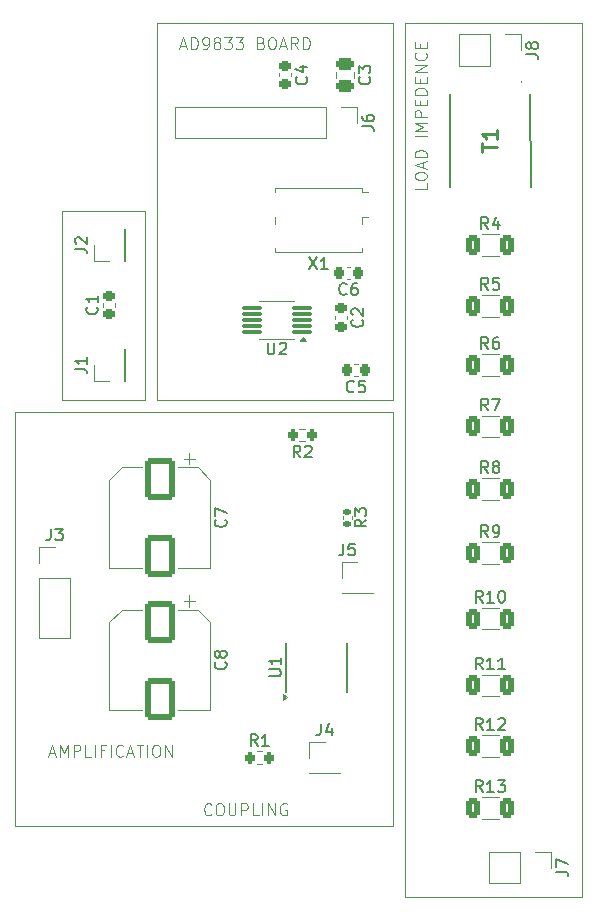
<source format=gbr>
%TF.GenerationSoftware,KiCad,Pcbnew,8.0.4*%
%TF.CreationDate,2024-08-18T15:43:04+02:00*%
%TF.ProjectId,megaboard-01,6d656761-626f-4617-9264-2d30312e6b69,rev?*%
%TF.SameCoordinates,Original*%
%TF.FileFunction,Legend,Top*%
%TF.FilePolarity,Positive*%
%FSLAX46Y46*%
G04 Gerber Fmt 4.6, Leading zero omitted, Abs format (unit mm)*
G04 Created by KiCad (PCBNEW 8.0.4) date 2024-08-18 15:43:04*
%MOMM*%
%LPD*%
G01*
G04 APERTURE LIST*
G04 Aperture macros list*
%AMRoundRect*
0 Rectangle with rounded corners*
0 $1 Rounding radius*
0 $2 $3 $4 $5 $6 $7 $8 $9 X,Y pos of 4 corners*
0 Add a 4 corners polygon primitive as box body*
4,1,4,$2,$3,$4,$5,$6,$7,$8,$9,$2,$3,0*
0 Add four circle primitives for the rounded corners*
1,1,$1+$1,$2,$3*
1,1,$1+$1,$4,$5*
1,1,$1+$1,$6,$7*
1,1,$1+$1,$8,$9*
0 Add four rect primitives between the rounded corners*
20,1,$1+$1,$2,$3,$4,$5,0*
20,1,$1+$1,$4,$5,$6,$7,0*
20,1,$1+$1,$6,$7,$8,$9,0*
20,1,$1+$1,$8,$9,$2,$3,0*%
G04 Aperture macros list end*
%ADD10C,0.100000*%
%ADD11C,0.150000*%
%ADD12C,0.254000*%
%ADD13C,0.120000*%
%ADD14C,0.200000*%
%ADD15RoundRect,0.250000X-0.312500X-0.625000X0.312500X-0.625000X0.312500X0.625000X-0.312500X0.625000X0*%
%ADD16RoundRect,0.135000X-0.185000X0.135000X-0.185000X-0.135000X0.185000X-0.135000X0.185000X0.135000X0*%
%ADD17RoundRect,0.250000X-1.000000X1.500000X-1.000000X-1.500000X1.000000X-1.500000X1.000000X1.500000X0*%
%ADD18RoundRect,0.225000X0.225000X0.250000X-0.225000X0.250000X-0.225000X-0.250000X0.225000X-0.250000X0*%
%ADD19RoundRect,0.250000X-0.475000X0.250000X-0.475000X-0.250000X0.475000X-0.250000X0.475000X0.250000X0*%
%ADD20RoundRect,0.087500X0.725000X0.087500X-0.725000X0.087500X-0.725000X-0.087500X0.725000X-0.087500X0*%
%ADD21R,1.700000X1.700000*%
%ADD22O,1.700000X1.700000*%
%ADD23RoundRect,0.225000X0.250000X-0.225000X0.250000X0.225000X-0.250000X0.225000X-0.250000X-0.225000X0*%
%ADD24RoundRect,0.200000X-0.200000X-0.275000X0.200000X-0.275000X0.200000X0.275000X-0.200000X0.275000X0*%
%ADD25RoundRect,0.225000X-0.250000X0.225000X-0.250000X-0.225000X0.250000X-0.225000X0.250000X0.225000X0*%
%ADD26C,1.173000*%
%ADD27RoundRect,0.200000X0.200000X0.275000X-0.200000X0.275000X-0.200000X-0.275000X0.200000X-0.275000X0*%
%ADD28R,2.100000X1.700000*%
%ADD29R,0.600000X1.550000*%
%ADD30R,3.100000X2.600000*%
G04 APERTURE END LIST*
D10*
X135000000Y-60000000D02*
X155000000Y-60000000D01*
X155000000Y-92000000D01*
X135000000Y-92000000D01*
X135000000Y-60000000D01*
X123000000Y-93000000D02*
X155000000Y-93000000D01*
X155000000Y-128000000D01*
X123000000Y-128000000D01*
X123000000Y-93000000D01*
X156000000Y-60000000D02*
X171000000Y-60000000D01*
X171000000Y-134000000D01*
X156000000Y-134000000D01*
X156000000Y-60000000D01*
X127000000Y-76000000D02*
X134000000Y-76000000D01*
X134000000Y-92000000D01*
X127000000Y-92000000D01*
X127000000Y-76000000D01*
X137021265Y-61962954D02*
X137497455Y-61962954D01*
X136926027Y-62248669D02*
X137259360Y-61248669D01*
X137259360Y-61248669D02*
X137592693Y-62248669D01*
X137926027Y-62248669D02*
X137926027Y-61248669D01*
X137926027Y-61248669D02*
X138164122Y-61248669D01*
X138164122Y-61248669D02*
X138306979Y-61296288D01*
X138306979Y-61296288D02*
X138402217Y-61391526D01*
X138402217Y-61391526D02*
X138449836Y-61486764D01*
X138449836Y-61486764D02*
X138497455Y-61677240D01*
X138497455Y-61677240D02*
X138497455Y-61820097D01*
X138497455Y-61820097D02*
X138449836Y-62010573D01*
X138449836Y-62010573D02*
X138402217Y-62105811D01*
X138402217Y-62105811D02*
X138306979Y-62201050D01*
X138306979Y-62201050D02*
X138164122Y-62248669D01*
X138164122Y-62248669D02*
X137926027Y-62248669D01*
X138973646Y-62248669D02*
X139164122Y-62248669D01*
X139164122Y-62248669D02*
X139259360Y-62201050D01*
X139259360Y-62201050D02*
X139306979Y-62153430D01*
X139306979Y-62153430D02*
X139402217Y-62010573D01*
X139402217Y-62010573D02*
X139449836Y-61820097D01*
X139449836Y-61820097D02*
X139449836Y-61439145D01*
X139449836Y-61439145D02*
X139402217Y-61343907D01*
X139402217Y-61343907D02*
X139354598Y-61296288D01*
X139354598Y-61296288D02*
X139259360Y-61248669D01*
X139259360Y-61248669D02*
X139068884Y-61248669D01*
X139068884Y-61248669D02*
X138973646Y-61296288D01*
X138973646Y-61296288D02*
X138926027Y-61343907D01*
X138926027Y-61343907D02*
X138878408Y-61439145D01*
X138878408Y-61439145D02*
X138878408Y-61677240D01*
X138878408Y-61677240D02*
X138926027Y-61772478D01*
X138926027Y-61772478D02*
X138973646Y-61820097D01*
X138973646Y-61820097D02*
X139068884Y-61867716D01*
X139068884Y-61867716D02*
X139259360Y-61867716D01*
X139259360Y-61867716D02*
X139354598Y-61820097D01*
X139354598Y-61820097D02*
X139402217Y-61772478D01*
X139402217Y-61772478D02*
X139449836Y-61677240D01*
X140021265Y-61677240D02*
X139926027Y-61629621D01*
X139926027Y-61629621D02*
X139878408Y-61582002D01*
X139878408Y-61582002D02*
X139830789Y-61486764D01*
X139830789Y-61486764D02*
X139830789Y-61439145D01*
X139830789Y-61439145D02*
X139878408Y-61343907D01*
X139878408Y-61343907D02*
X139926027Y-61296288D01*
X139926027Y-61296288D02*
X140021265Y-61248669D01*
X140021265Y-61248669D02*
X140211741Y-61248669D01*
X140211741Y-61248669D02*
X140306979Y-61296288D01*
X140306979Y-61296288D02*
X140354598Y-61343907D01*
X140354598Y-61343907D02*
X140402217Y-61439145D01*
X140402217Y-61439145D02*
X140402217Y-61486764D01*
X140402217Y-61486764D02*
X140354598Y-61582002D01*
X140354598Y-61582002D02*
X140306979Y-61629621D01*
X140306979Y-61629621D02*
X140211741Y-61677240D01*
X140211741Y-61677240D02*
X140021265Y-61677240D01*
X140021265Y-61677240D02*
X139926027Y-61724859D01*
X139926027Y-61724859D02*
X139878408Y-61772478D01*
X139878408Y-61772478D02*
X139830789Y-61867716D01*
X139830789Y-61867716D02*
X139830789Y-62058192D01*
X139830789Y-62058192D02*
X139878408Y-62153430D01*
X139878408Y-62153430D02*
X139926027Y-62201050D01*
X139926027Y-62201050D02*
X140021265Y-62248669D01*
X140021265Y-62248669D02*
X140211741Y-62248669D01*
X140211741Y-62248669D02*
X140306979Y-62201050D01*
X140306979Y-62201050D02*
X140354598Y-62153430D01*
X140354598Y-62153430D02*
X140402217Y-62058192D01*
X140402217Y-62058192D02*
X140402217Y-61867716D01*
X140402217Y-61867716D02*
X140354598Y-61772478D01*
X140354598Y-61772478D02*
X140306979Y-61724859D01*
X140306979Y-61724859D02*
X140211741Y-61677240D01*
X140735551Y-61248669D02*
X141354598Y-61248669D01*
X141354598Y-61248669D02*
X141021265Y-61629621D01*
X141021265Y-61629621D02*
X141164122Y-61629621D01*
X141164122Y-61629621D02*
X141259360Y-61677240D01*
X141259360Y-61677240D02*
X141306979Y-61724859D01*
X141306979Y-61724859D02*
X141354598Y-61820097D01*
X141354598Y-61820097D02*
X141354598Y-62058192D01*
X141354598Y-62058192D02*
X141306979Y-62153430D01*
X141306979Y-62153430D02*
X141259360Y-62201050D01*
X141259360Y-62201050D02*
X141164122Y-62248669D01*
X141164122Y-62248669D02*
X140878408Y-62248669D01*
X140878408Y-62248669D02*
X140783170Y-62201050D01*
X140783170Y-62201050D02*
X140735551Y-62153430D01*
X141687932Y-61248669D02*
X142306979Y-61248669D01*
X142306979Y-61248669D02*
X141973646Y-61629621D01*
X141973646Y-61629621D02*
X142116503Y-61629621D01*
X142116503Y-61629621D02*
X142211741Y-61677240D01*
X142211741Y-61677240D02*
X142259360Y-61724859D01*
X142259360Y-61724859D02*
X142306979Y-61820097D01*
X142306979Y-61820097D02*
X142306979Y-62058192D01*
X142306979Y-62058192D02*
X142259360Y-62153430D01*
X142259360Y-62153430D02*
X142211741Y-62201050D01*
X142211741Y-62201050D02*
X142116503Y-62248669D01*
X142116503Y-62248669D02*
X141830789Y-62248669D01*
X141830789Y-62248669D02*
X141735551Y-62201050D01*
X141735551Y-62201050D02*
X141687932Y-62153430D01*
X143830789Y-61724859D02*
X143973646Y-61772478D01*
X143973646Y-61772478D02*
X144021265Y-61820097D01*
X144021265Y-61820097D02*
X144068884Y-61915335D01*
X144068884Y-61915335D02*
X144068884Y-62058192D01*
X144068884Y-62058192D02*
X144021265Y-62153430D01*
X144021265Y-62153430D02*
X143973646Y-62201050D01*
X143973646Y-62201050D02*
X143878408Y-62248669D01*
X143878408Y-62248669D02*
X143497456Y-62248669D01*
X143497456Y-62248669D02*
X143497456Y-61248669D01*
X143497456Y-61248669D02*
X143830789Y-61248669D01*
X143830789Y-61248669D02*
X143926027Y-61296288D01*
X143926027Y-61296288D02*
X143973646Y-61343907D01*
X143973646Y-61343907D02*
X144021265Y-61439145D01*
X144021265Y-61439145D02*
X144021265Y-61534383D01*
X144021265Y-61534383D02*
X143973646Y-61629621D01*
X143973646Y-61629621D02*
X143926027Y-61677240D01*
X143926027Y-61677240D02*
X143830789Y-61724859D01*
X143830789Y-61724859D02*
X143497456Y-61724859D01*
X144687932Y-61248669D02*
X144878408Y-61248669D01*
X144878408Y-61248669D02*
X144973646Y-61296288D01*
X144973646Y-61296288D02*
X145068884Y-61391526D01*
X145068884Y-61391526D02*
X145116503Y-61582002D01*
X145116503Y-61582002D02*
X145116503Y-61915335D01*
X145116503Y-61915335D02*
X145068884Y-62105811D01*
X145068884Y-62105811D02*
X144973646Y-62201050D01*
X144973646Y-62201050D02*
X144878408Y-62248669D01*
X144878408Y-62248669D02*
X144687932Y-62248669D01*
X144687932Y-62248669D02*
X144592694Y-62201050D01*
X144592694Y-62201050D02*
X144497456Y-62105811D01*
X144497456Y-62105811D02*
X144449837Y-61915335D01*
X144449837Y-61915335D02*
X144449837Y-61582002D01*
X144449837Y-61582002D02*
X144497456Y-61391526D01*
X144497456Y-61391526D02*
X144592694Y-61296288D01*
X144592694Y-61296288D02*
X144687932Y-61248669D01*
X145497456Y-61962954D02*
X145973646Y-61962954D01*
X145402218Y-62248669D02*
X145735551Y-61248669D01*
X145735551Y-61248669D02*
X146068884Y-62248669D01*
X146973646Y-62248669D02*
X146640313Y-61772478D01*
X146402218Y-62248669D02*
X146402218Y-61248669D01*
X146402218Y-61248669D02*
X146783170Y-61248669D01*
X146783170Y-61248669D02*
X146878408Y-61296288D01*
X146878408Y-61296288D02*
X146926027Y-61343907D01*
X146926027Y-61343907D02*
X146973646Y-61439145D01*
X146973646Y-61439145D02*
X146973646Y-61582002D01*
X146973646Y-61582002D02*
X146926027Y-61677240D01*
X146926027Y-61677240D02*
X146878408Y-61724859D01*
X146878408Y-61724859D02*
X146783170Y-61772478D01*
X146783170Y-61772478D02*
X146402218Y-61772478D01*
X147402218Y-62248669D02*
X147402218Y-61248669D01*
X147402218Y-61248669D02*
X147640313Y-61248669D01*
X147640313Y-61248669D02*
X147783170Y-61296288D01*
X147783170Y-61296288D02*
X147878408Y-61391526D01*
X147878408Y-61391526D02*
X147926027Y-61486764D01*
X147926027Y-61486764D02*
X147973646Y-61677240D01*
X147973646Y-61677240D02*
X147973646Y-61820097D01*
X147973646Y-61820097D02*
X147926027Y-62010573D01*
X147926027Y-62010573D02*
X147878408Y-62105811D01*
X147878408Y-62105811D02*
X147783170Y-62201050D01*
X147783170Y-62201050D02*
X147640313Y-62248669D01*
X147640313Y-62248669D02*
X147402218Y-62248669D01*
X125926265Y-121871704D02*
X126402455Y-121871704D01*
X125831027Y-122157419D02*
X126164360Y-121157419D01*
X126164360Y-121157419D02*
X126497693Y-122157419D01*
X126831027Y-122157419D02*
X126831027Y-121157419D01*
X126831027Y-121157419D02*
X127164360Y-121871704D01*
X127164360Y-121871704D02*
X127497693Y-121157419D01*
X127497693Y-121157419D02*
X127497693Y-122157419D01*
X127973884Y-122157419D02*
X127973884Y-121157419D01*
X127973884Y-121157419D02*
X128354836Y-121157419D01*
X128354836Y-121157419D02*
X128450074Y-121205038D01*
X128450074Y-121205038D02*
X128497693Y-121252657D01*
X128497693Y-121252657D02*
X128545312Y-121347895D01*
X128545312Y-121347895D02*
X128545312Y-121490752D01*
X128545312Y-121490752D02*
X128497693Y-121585990D01*
X128497693Y-121585990D02*
X128450074Y-121633609D01*
X128450074Y-121633609D02*
X128354836Y-121681228D01*
X128354836Y-121681228D02*
X127973884Y-121681228D01*
X129450074Y-122157419D02*
X128973884Y-122157419D01*
X128973884Y-122157419D02*
X128973884Y-121157419D01*
X129783408Y-122157419D02*
X129783408Y-121157419D01*
X130592931Y-121633609D02*
X130259598Y-121633609D01*
X130259598Y-122157419D02*
X130259598Y-121157419D01*
X130259598Y-121157419D02*
X130735788Y-121157419D01*
X131116741Y-122157419D02*
X131116741Y-121157419D01*
X132164359Y-122062180D02*
X132116740Y-122109800D01*
X132116740Y-122109800D02*
X131973883Y-122157419D01*
X131973883Y-122157419D02*
X131878645Y-122157419D01*
X131878645Y-122157419D02*
X131735788Y-122109800D01*
X131735788Y-122109800D02*
X131640550Y-122014561D01*
X131640550Y-122014561D02*
X131592931Y-121919323D01*
X131592931Y-121919323D02*
X131545312Y-121728847D01*
X131545312Y-121728847D02*
X131545312Y-121585990D01*
X131545312Y-121585990D02*
X131592931Y-121395514D01*
X131592931Y-121395514D02*
X131640550Y-121300276D01*
X131640550Y-121300276D02*
X131735788Y-121205038D01*
X131735788Y-121205038D02*
X131878645Y-121157419D01*
X131878645Y-121157419D02*
X131973883Y-121157419D01*
X131973883Y-121157419D02*
X132116740Y-121205038D01*
X132116740Y-121205038D02*
X132164359Y-121252657D01*
X132545312Y-121871704D02*
X133021502Y-121871704D01*
X132450074Y-122157419D02*
X132783407Y-121157419D01*
X132783407Y-121157419D02*
X133116740Y-122157419D01*
X133307217Y-121157419D02*
X133878645Y-121157419D01*
X133592931Y-122157419D02*
X133592931Y-121157419D01*
X134211979Y-122157419D02*
X134211979Y-121157419D01*
X134878645Y-121157419D02*
X135069121Y-121157419D01*
X135069121Y-121157419D02*
X135164359Y-121205038D01*
X135164359Y-121205038D02*
X135259597Y-121300276D01*
X135259597Y-121300276D02*
X135307216Y-121490752D01*
X135307216Y-121490752D02*
X135307216Y-121824085D01*
X135307216Y-121824085D02*
X135259597Y-122014561D01*
X135259597Y-122014561D02*
X135164359Y-122109800D01*
X135164359Y-122109800D02*
X135069121Y-122157419D01*
X135069121Y-122157419D02*
X134878645Y-122157419D01*
X134878645Y-122157419D02*
X134783407Y-122109800D01*
X134783407Y-122109800D02*
X134688169Y-122014561D01*
X134688169Y-122014561D02*
X134640550Y-121824085D01*
X134640550Y-121824085D02*
X134640550Y-121490752D01*
X134640550Y-121490752D02*
X134688169Y-121300276D01*
X134688169Y-121300276D02*
X134783407Y-121205038D01*
X134783407Y-121205038D02*
X134878645Y-121157419D01*
X135735788Y-122157419D02*
X135735788Y-121157419D01*
X135735788Y-121157419D02*
X136307216Y-122157419D01*
X136307216Y-122157419D02*
X136307216Y-121157419D01*
X139635312Y-127027180D02*
X139587693Y-127074800D01*
X139587693Y-127074800D02*
X139444836Y-127122419D01*
X139444836Y-127122419D02*
X139349598Y-127122419D01*
X139349598Y-127122419D02*
X139206741Y-127074800D01*
X139206741Y-127074800D02*
X139111503Y-126979561D01*
X139111503Y-126979561D02*
X139063884Y-126884323D01*
X139063884Y-126884323D02*
X139016265Y-126693847D01*
X139016265Y-126693847D02*
X139016265Y-126550990D01*
X139016265Y-126550990D02*
X139063884Y-126360514D01*
X139063884Y-126360514D02*
X139111503Y-126265276D01*
X139111503Y-126265276D02*
X139206741Y-126170038D01*
X139206741Y-126170038D02*
X139349598Y-126122419D01*
X139349598Y-126122419D02*
X139444836Y-126122419D01*
X139444836Y-126122419D02*
X139587693Y-126170038D01*
X139587693Y-126170038D02*
X139635312Y-126217657D01*
X140254360Y-126122419D02*
X140444836Y-126122419D01*
X140444836Y-126122419D02*
X140540074Y-126170038D01*
X140540074Y-126170038D02*
X140635312Y-126265276D01*
X140635312Y-126265276D02*
X140682931Y-126455752D01*
X140682931Y-126455752D02*
X140682931Y-126789085D01*
X140682931Y-126789085D02*
X140635312Y-126979561D01*
X140635312Y-126979561D02*
X140540074Y-127074800D01*
X140540074Y-127074800D02*
X140444836Y-127122419D01*
X140444836Y-127122419D02*
X140254360Y-127122419D01*
X140254360Y-127122419D02*
X140159122Y-127074800D01*
X140159122Y-127074800D02*
X140063884Y-126979561D01*
X140063884Y-126979561D02*
X140016265Y-126789085D01*
X140016265Y-126789085D02*
X140016265Y-126455752D01*
X140016265Y-126455752D02*
X140063884Y-126265276D01*
X140063884Y-126265276D02*
X140159122Y-126170038D01*
X140159122Y-126170038D02*
X140254360Y-126122419D01*
X141111503Y-126122419D02*
X141111503Y-126931942D01*
X141111503Y-126931942D02*
X141159122Y-127027180D01*
X141159122Y-127027180D02*
X141206741Y-127074800D01*
X141206741Y-127074800D02*
X141301979Y-127122419D01*
X141301979Y-127122419D02*
X141492455Y-127122419D01*
X141492455Y-127122419D02*
X141587693Y-127074800D01*
X141587693Y-127074800D02*
X141635312Y-127027180D01*
X141635312Y-127027180D02*
X141682931Y-126931942D01*
X141682931Y-126931942D02*
X141682931Y-126122419D01*
X142159122Y-127122419D02*
X142159122Y-126122419D01*
X142159122Y-126122419D02*
X142540074Y-126122419D01*
X142540074Y-126122419D02*
X142635312Y-126170038D01*
X142635312Y-126170038D02*
X142682931Y-126217657D01*
X142682931Y-126217657D02*
X142730550Y-126312895D01*
X142730550Y-126312895D02*
X142730550Y-126455752D01*
X142730550Y-126455752D02*
X142682931Y-126550990D01*
X142682931Y-126550990D02*
X142635312Y-126598609D01*
X142635312Y-126598609D02*
X142540074Y-126646228D01*
X142540074Y-126646228D02*
X142159122Y-126646228D01*
X143635312Y-127122419D02*
X143159122Y-127122419D01*
X143159122Y-127122419D02*
X143159122Y-126122419D01*
X143968646Y-127122419D02*
X143968646Y-126122419D01*
X144444836Y-127122419D02*
X144444836Y-126122419D01*
X144444836Y-126122419D02*
X145016264Y-127122419D01*
X145016264Y-127122419D02*
X145016264Y-126122419D01*
X146016264Y-126170038D02*
X145921026Y-126122419D01*
X145921026Y-126122419D02*
X145778169Y-126122419D01*
X145778169Y-126122419D02*
X145635312Y-126170038D01*
X145635312Y-126170038D02*
X145540074Y-126265276D01*
X145540074Y-126265276D02*
X145492455Y-126360514D01*
X145492455Y-126360514D02*
X145444836Y-126550990D01*
X145444836Y-126550990D02*
X145444836Y-126693847D01*
X145444836Y-126693847D02*
X145492455Y-126884323D01*
X145492455Y-126884323D02*
X145540074Y-126979561D01*
X145540074Y-126979561D02*
X145635312Y-127074800D01*
X145635312Y-127074800D02*
X145778169Y-127122419D01*
X145778169Y-127122419D02*
X145873407Y-127122419D01*
X145873407Y-127122419D02*
X146016264Y-127074800D01*
X146016264Y-127074800D02*
X146063883Y-127027180D01*
X146063883Y-127027180D02*
X146063883Y-126693847D01*
X146063883Y-126693847D02*
X145873407Y-126693847D01*
X157872419Y-73619925D02*
X157872419Y-74096115D01*
X157872419Y-74096115D02*
X156872419Y-74096115D01*
X156872419Y-73096115D02*
X156872419Y-72905639D01*
X156872419Y-72905639D02*
X156920038Y-72810401D01*
X156920038Y-72810401D02*
X157015276Y-72715163D01*
X157015276Y-72715163D02*
X157205752Y-72667544D01*
X157205752Y-72667544D02*
X157539085Y-72667544D01*
X157539085Y-72667544D02*
X157729561Y-72715163D01*
X157729561Y-72715163D02*
X157824800Y-72810401D01*
X157824800Y-72810401D02*
X157872419Y-72905639D01*
X157872419Y-72905639D02*
X157872419Y-73096115D01*
X157872419Y-73096115D02*
X157824800Y-73191353D01*
X157824800Y-73191353D02*
X157729561Y-73286591D01*
X157729561Y-73286591D02*
X157539085Y-73334210D01*
X157539085Y-73334210D02*
X157205752Y-73334210D01*
X157205752Y-73334210D02*
X157015276Y-73286591D01*
X157015276Y-73286591D02*
X156920038Y-73191353D01*
X156920038Y-73191353D02*
X156872419Y-73096115D01*
X157586704Y-72286591D02*
X157586704Y-71810401D01*
X157872419Y-72381829D02*
X156872419Y-72048496D01*
X156872419Y-72048496D02*
X157872419Y-71715163D01*
X157872419Y-71381829D02*
X156872419Y-71381829D01*
X156872419Y-71381829D02*
X156872419Y-71143734D01*
X156872419Y-71143734D02*
X156920038Y-71000877D01*
X156920038Y-71000877D02*
X157015276Y-70905639D01*
X157015276Y-70905639D02*
X157110514Y-70858020D01*
X157110514Y-70858020D02*
X157300990Y-70810401D01*
X157300990Y-70810401D02*
X157443847Y-70810401D01*
X157443847Y-70810401D02*
X157634323Y-70858020D01*
X157634323Y-70858020D02*
X157729561Y-70905639D01*
X157729561Y-70905639D02*
X157824800Y-71000877D01*
X157824800Y-71000877D02*
X157872419Y-71143734D01*
X157872419Y-71143734D02*
X157872419Y-71381829D01*
X157872419Y-69619924D02*
X156872419Y-69619924D01*
X157872419Y-69143734D02*
X156872419Y-69143734D01*
X156872419Y-69143734D02*
X157586704Y-68810401D01*
X157586704Y-68810401D02*
X156872419Y-68477068D01*
X156872419Y-68477068D02*
X157872419Y-68477068D01*
X157872419Y-68000877D02*
X156872419Y-68000877D01*
X156872419Y-68000877D02*
X156872419Y-67619925D01*
X156872419Y-67619925D02*
X156920038Y-67524687D01*
X156920038Y-67524687D02*
X156967657Y-67477068D01*
X156967657Y-67477068D02*
X157062895Y-67429449D01*
X157062895Y-67429449D02*
X157205752Y-67429449D01*
X157205752Y-67429449D02*
X157300990Y-67477068D01*
X157300990Y-67477068D02*
X157348609Y-67524687D01*
X157348609Y-67524687D02*
X157396228Y-67619925D01*
X157396228Y-67619925D02*
X157396228Y-68000877D01*
X157348609Y-67000877D02*
X157348609Y-66667544D01*
X157872419Y-66524687D02*
X157872419Y-67000877D01*
X157872419Y-67000877D02*
X156872419Y-67000877D01*
X156872419Y-67000877D02*
X156872419Y-66524687D01*
X157872419Y-66096115D02*
X156872419Y-66096115D01*
X156872419Y-66096115D02*
X156872419Y-65858020D01*
X156872419Y-65858020D02*
X156920038Y-65715163D01*
X156920038Y-65715163D02*
X157015276Y-65619925D01*
X157015276Y-65619925D02*
X157110514Y-65572306D01*
X157110514Y-65572306D02*
X157300990Y-65524687D01*
X157300990Y-65524687D02*
X157443847Y-65524687D01*
X157443847Y-65524687D02*
X157634323Y-65572306D01*
X157634323Y-65572306D02*
X157729561Y-65619925D01*
X157729561Y-65619925D02*
X157824800Y-65715163D01*
X157824800Y-65715163D02*
X157872419Y-65858020D01*
X157872419Y-65858020D02*
X157872419Y-66096115D01*
X157348609Y-65096115D02*
X157348609Y-64762782D01*
X157872419Y-64619925D02*
X157872419Y-65096115D01*
X157872419Y-65096115D02*
X156872419Y-65096115D01*
X156872419Y-65096115D02*
X156872419Y-64619925D01*
X157872419Y-64191353D02*
X156872419Y-64191353D01*
X156872419Y-64191353D02*
X157872419Y-63619925D01*
X157872419Y-63619925D02*
X156872419Y-63619925D01*
X157777180Y-62572306D02*
X157824800Y-62619925D01*
X157824800Y-62619925D02*
X157872419Y-62762782D01*
X157872419Y-62762782D02*
X157872419Y-62858020D01*
X157872419Y-62858020D02*
X157824800Y-63000877D01*
X157824800Y-63000877D02*
X157729561Y-63096115D01*
X157729561Y-63096115D02*
X157634323Y-63143734D01*
X157634323Y-63143734D02*
X157443847Y-63191353D01*
X157443847Y-63191353D02*
X157300990Y-63191353D01*
X157300990Y-63191353D02*
X157110514Y-63143734D01*
X157110514Y-63143734D02*
X157015276Y-63096115D01*
X157015276Y-63096115D02*
X156920038Y-63000877D01*
X156920038Y-63000877D02*
X156872419Y-62858020D01*
X156872419Y-62858020D02*
X156872419Y-62762782D01*
X156872419Y-62762782D02*
X156920038Y-62619925D01*
X156920038Y-62619925D02*
X156967657Y-62572306D01*
X157348609Y-62143734D02*
X157348609Y-61810401D01*
X157872419Y-61667544D02*
X157872419Y-62143734D01*
X157872419Y-62143734D02*
X156872419Y-62143734D01*
X156872419Y-62143734D02*
X156872419Y-61667544D01*
D11*
X163083333Y-98144819D02*
X162750000Y-97668628D01*
X162511905Y-98144819D02*
X162511905Y-97144819D01*
X162511905Y-97144819D02*
X162892857Y-97144819D01*
X162892857Y-97144819D02*
X162988095Y-97192438D01*
X162988095Y-97192438D02*
X163035714Y-97240057D01*
X163035714Y-97240057D02*
X163083333Y-97335295D01*
X163083333Y-97335295D02*
X163083333Y-97478152D01*
X163083333Y-97478152D02*
X163035714Y-97573390D01*
X163035714Y-97573390D02*
X162988095Y-97621009D01*
X162988095Y-97621009D02*
X162892857Y-97668628D01*
X162892857Y-97668628D02*
X162511905Y-97668628D01*
X163654762Y-97573390D02*
X163559524Y-97525771D01*
X163559524Y-97525771D02*
X163511905Y-97478152D01*
X163511905Y-97478152D02*
X163464286Y-97382914D01*
X163464286Y-97382914D02*
X163464286Y-97335295D01*
X163464286Y-97335295D02*
X163511905Y-97240057D01*
X163511905Y-97240057D02*
X163559524Y-97192438D01*
X163559524Y-97192438D02*
X163654762Y-97144819D01*
X163654762Y-97144819D02*
X163845238Y-97144819D01*
X163845238Y-97144819D02*
X163940476Y-97192438D01*
X163940476Y-97192438D02*
X163988095Y-97240057D01*
X163988095Y-97240057D02*
X164035714Y-97335295D01*
X164035714Y-97335295D02*
X164035714Y-97382914D01*
X164035714Y-97382914D02*
X163988095Y-97478152D01*
X163988095Y-97478152D02*
X163940476Y-97525771D01*
X163940476Y-97525771D02*
X163845238Y-97573390D01*
X163845238Y-97573390D02*
X163654762Y-97573390D01*
X163654762Y-97573390D02*
X163559524Y-97621009D01*
X163559524Y-97621009D02*
X163511905Y-97668628D01*
X163511905Y-97668628D02*
X163464286Y-97763866D01*
X163464286Y-97763866D02*
X163464286Y-97954342D01*
X163464286Y-97954342D02*
X163511905Y-98049580D01*
X163511905Y-98049580D02*
X163559524Y-98097200D01*
X163559524Y-98097200D02*
X163654762Y-98144819D01*
X163654762Y-98144819D02*
X163845238Y-98144819D01*
X163845238Y-98144819D02*
X163940476Y-98097200D01*
X163940476Y-98097200D02*
X163988095Y-98049580D01*
X163988095Y-98049580D02*
X164035714Y-97954342D01*
X164035714Y-97954342D02*
X164035714Y-97763866D01*
X164035714Y-97763866D02*
X163988095Y-97668628D01*
X163988095Y-97668628D02*
X163940476Y-97621009D01*
X163940476Y-97621009D02*
X163845238Y-97573390D01*
X152774819Y-102086666D02*
X152298628Y-102419999D01*
X152774819Y-102658094D02*
X151774819Y-102658094D01*
X151774819Y-102658094D02*
X151774819Y-102277142D01*
X151774819Y-102277142D02*
X151822438Y-102181904D01*
X151822438Y-102181904D02*
X151870057Y-102134285D01*
X151870057Y-102134285D02*
X151965295Y-102086666D01*
X151965295Y-102086666D02*
X152108152Y-102086666D01*
X152108152Y-102086666D02*
X152203390Y-102134285D01*
X152203390Y-102134285D02*
X152251009Y-102181904D01*
X152251009Y-102181904D02*
X152298628Y-102277142D01*
X152298628Y-102277142D02*
X152298628Y-102658094D01*
X151774819Y-101753332D02*
X151774819Y-101134285D01*
X151774819Y-101134285D02*
X152155771Y-101467618D01*
X152155771Y-101467618D02*
X152155771Y-101324761D01*
X152155771Y-101324761D02*
X152203390Y-101229523D01*
X152203390Y-101229523D02*
X152251009Y-101181904D01*
X152251009Y-101181904D02*
X152346247Y-101134285D01*
X152346247Y-101134285D02*
X152584342Y-101134285D01*
X152584342Y-101134285D02*
X152679580Y-101181904D01*
X152679580Y-101181904D02*
X152727200Y-101229523D01*
X152727200Y-101229523D02*
X152774819Y-101324761D01*
X152774819Y-101324761D02*
X152774819Y-101610475D01*
X152774819Y-101610475D02*
X152727200Y-101705713D01*
X152727200Y-101705713D02*
X152679580Y-101753332D01*
X163083333Y-87639819D02*
X162750000Y-87163628D01*
X162511905Y-87639819D02*
X162511905Y-86639819D01*
X162511905Y-86639819D02*
X162892857Y-86639819D01*
X162892857Y-86639819D02*
X162988095Y-86687438D01*
X162988095Y-86687438D02*
X163035714Y-86735057D01*
X163035714Y-86735057D02*
X163083333Y-86830295D01*
X163083333Y-86830295D02*
X163083333Y-86973152D01*
X163083333Y-86973152D02*
X163035714Y-87068390D01*
X163035714Y-87068390D02*
X162988095Y-87116009D01*
X162988095Y-87116009D02*
X162892857Y-87163628D01*
X162892857Y-87163628D02*
X162511905Y-87163628D01*
X163940476Y-86639819D02*
X163750000Y-86639819D01*
X163750000Y-86639819D02*
X163654762Y-86687438D01*
X163654762Y-86687438D02*
X163607143Y-86735057D01*
X163607143Y-86735057D02*
X163511905Y-86877914D01*
X163511905Y-86877914D02*
X163464286Y-87068390D01*
X163464286Y-87068390D02*
X163464286Y-87449342D01*
X163464286Y-87449342D02*
X163511905Y-87544580D01*
X163511905Y-87544580D02*
X163559524Y-87592200D01*
X163559524Y-87592200D02*
X163654762Y-87639819D01*
X163654762Y-87639819D02*
X163845238Y-87639819D01*
X163845238Y-87639819D02*
X163940476Y-87592200D01*
X163940476Y-87592200D02*
X163988095Y-87544580D01*
X163988095Y-87544580D02*
X164035714Y-87449342D01*
X164035714Y-87449342D02*
X164035714Y-87211247D01*
X164035714Y-87211247D02*
X163988095Y-87116009D01*
X163988095Y-87116009D02*
X163940476Y-87068390D01*
X163940476Y-87068390D02*
X163845238Y-87020771D01*
X163845238Y-87020771D02*
X163654762Y-87020771D01*
X163654762Y-87020771D02*
X163559524Y-87068390D01*
X163559524Y-87068390D02*
X163511905Y-87116009D01*
X163511905Y-87116009D02*
X163464286Y-87211247D01*
X140834580Y-102086666D02*
X140882200Y-102134285D01*
X140882200Y-102134285D02*
X140929819Y-102277142D01*
X140929819Y-102277142D02*
X140929819Y-102372380D01*
X140929819Y-102372380D02*
X140882200Y-102515237D01*
X140882200Y-102515237D02*
X140786961Y-102610475D01*
X140786961Y-102610475D02*
X140691723Y-102658094D01*
X140691723Y-102658094D02*
X140501247Y-102705713D01*
X140501247Y-102705713D02*
X140358390Y-102705713D01*
X140358390Y-102705713D02*
X140167914Y-102658094D01*
X140167914Y-102658094D02*
X140072676Y-102610475D01*
X140072676Y-102610475D02*
X139977438Y-102515237D01*
X139977438Y-102515237D02*
X139929819Y-102372380D01*
X139929819Y-102372380D02*
X139929819Y-102277142D01*
X139929819Y-102277142D02*
X139977438Y-102134285D01*
X139977438Y-102134285D02*
X140025057Y-102086666D01*
X139929819Y-101753332D02*
X139929819Y-101086666D01*
X139929819Y-101086666D02*
X140929819Y-101515237D01*
X162607142Y-119899819D02*
X162273809Y-119423628D01*
X162035714Y-119899819D02*
X162035714Y-118899819D01*
X162035714Y-118899819D02*
X162416666Y-118899819D01*
X162416666Y-118899819D02*
X162511904Y-118947438D01*
X162511904Y-118947438D02*
X162559523Y-118995057D01*
X162559523Y-118995057D02*
X162607142Y-119090295D01*
X162607142Y-119090295D02*
X162607142Y-119233152D01*
X162607142Y-119233152D02*
X162559523Y-119328390D01*
X162559523Y-119328390D02*
X162511904Y-119376009D01*
X162511904Y-119376009D02*
X162416666Y-119423628D01*
X162416666Y-119423628D02*
X162035714Y-119423628D01*
X163559523Y-119899819D02*
X162988095Y-119899819D01*
X163273809Y-119899819D02*
X163273809Y-118899819D01*
X163273809Y-118899819D02*
X163178571Y-119042676D01*
X163178571Y-119042676D02*
X163083333Y-119137914D01*
X163083333Y-119137914D02*
X162988095Y-119185533D01*
X163940476Y-118995057D02*
X163988095Y-118947438D01*
X163988095Y-118947438D02*
X164083333Y-118899819D01*
X164083333Y-118899819D02*
X164321428Y-118899819D01*
X164321428Y-118899819D02*
X164416666Y-118947438D01*
X164416666Y-118947438D02*
X164464285Y-118995057D01*
X164464285Y-118995057D02*
X164511904Y-119090295D01*
X164511904Y-119090295D02*
X164511904Y-119185533D01*
X164511904Y-119185533D02*
X164464285Y-119328390D01*
X164464285Y-119328390D02*
X163892857Y-119899819D01*
X163892857Y-119899819D02*
X164511904Y-119899819D01*
X151088333Y-82960830D02*
X151040714Y-83008450D01*
X151040714Y-83008450D02*
X150897857Y-83056069D01*
X150897857Y-83056069D02*
X150802619Y-83056069D01*
X150802619Y-83056069D02*
X150659762Y-83008450D01*
X150659762Y-83008450D02*
X150564524Y-82913211D01*
X150564524Y-82913211D02*
X150516905Y-82817973D01*
X150516905Y-82817973D02*
X150469286Y-82627497D01*
X150469286Y-82627497D02*
X150469286Y-82484640D01*
X150469286Y-82484640D02*
X150516905Y-82294164D01*
X150516905Y-82294164D02*
X150564524Y-82198926D01*
X150564524Y-82198926D02*
X150659762Y-82103688D01*
X150659762Y-82103688D02*
X150802619Y-82056069D01*
X150802619Y-82056069D02*
X150897857Y-82056069D01*
X150897857Y-82056069D02*
X151040714Y-82103688D01*
X151040714Y-82103688D02*
X151088333Y-82151307D01*
X151945476Y-82056069D02*
X151755000Y-82056069D01*
X151755000Y-82056069D02*
X151659762Y-82103688D01*
X151659762Y-82103688D02*
X151612143Y-82151307D01*
X151612143Y-82151307D02*
X151516905Y-82294164D01*
X151516905Y-82294164D02*
X151469286Y-82484640D01*
X151469286Y-82484640D02*
X151469286Y-82865592D01*
X151469286Y-82865592D02*
X151516905Y-82960830D01*
X151516905Y-82960830D02*
X151564524Y-83008450D01*
X151564524Y-83008450D02*
X151659762Y-83056069D01*
X151659762Y-83056069D02*
X151850238Y-83056069D01*
X151850238Y-83056069D02*
X151945476Y-83008450D01*
X151945476Y-83008450D02*
X151993095Y-82960830D01*
X151993095Y-82960830D02*
X152040714Y-82865592D01*
X152040714Y-82865592D02*
X152040714Y-82627497D01*
X152040714Y-82627497D02*
X151993095Y-82532259D01*
X151993095Y-82532259D02*
X151945476Y-82484640D01*
X151945476Y-82484640D02*
X151850238Y-82437021D01*
X151850238Y-82437021D02*
X151659762Y-82437021D01*
X151659762Y-82437021D02*
X151564524Y-82484640D01*
X151564524Y-82484640D02*
X151516905Y-82532259D01*
X151516905Y-82532259D02*
X151469286Y-82627497D01*
X153009580Y-64592916D02*
X153057200Y-64640535D01*
X153057200Y-64640535D02*
X153104819Y-64783392D01*
X153104819Y-64783392D02*
X153104819Y-64878630D01*
X153104819Y-64878630D02*
X153057200Y-65021487D01*
X153057200Y-65021487D02*
X152961961Y-65116725D01*
X152961961Y-65116725D02*
X152866723Y-65164344D01*
X152866723Y-65164344D02*
X152676247Y-65211963D01*
X152676247Y-65211963D02*
X152533390Y-65211963D01*
X152533390Y-65211963D02*
X152342914Y-65164344D01*
X152342914Y-65164344D02*
X152247676Y-65116725D01*
X152247676Y-65116725D02*
X152152438Y-65021487D01*
X152152438Y-65021487D02*
X152104819Y-64878630D01*
X152104819Y-64878630D02*
X152104819Y-64783392D01*
X152104819Y-64783392D02*
X152152438Y-64640535D01*
X152152438Y-64640535D02*
X152200057Y-64592916D01*
X152104819Y-64259582D02*
X152104819Y-63640535D01*
X152104819Y-63640535D02*
X152485771Y-63973868D01*
X152485771Y-63973868D02*
X152485771Y-63831011D01*
X152485771Y-63831011D02*
X152533390Y-63735773D01*
X152533390Y-63735773D02*
X152581009Y-63688154D01*
X152581009Y-63688154D02*
X152676247Y-63640535D01*
X152676247Y-63640535D02*
X152914342Y-63640535D01*
X152914342Y-63640535D02*
X153009580Y-63688154D01*
X153009580Y-63688154D02*
X153057200Y-63735773D01*
X153057200Y-63735773D02*
X153104819Y-63831011D01*
X153104819Y-63831011D02*
X153104819Y-64116725D01*
X153104819Y-64116725D02*
X153057200Y-64211963D01*
X153057200Y-64211963D02*
X153009580Y-64259582D01*
X163083333Y-77479819D02*
X162750000Y-77003628D01*
X162511905Y-77479819D02*
X162511905Y-76479819D01*
X162511905Y-76479819D02*
X162892857Y-76479819D01*
X162892857Y-76479819D02*
X162988095Y-76527438D01*
X162988095Y-76527438D02*
X163035714Y-76575057D01*
X163035714Y-76575057D02*
X163083333Y-76670295D01*
X163083333Y-76670295D02*
X163083333Y-76813152D01*
X163083333Y-76813152D02*
X163035714Y-76908390D01*
X163035714Y-76908390D02*
X162988095Y-76956009D01*
X162988095Y-76956009D02*
X162892857Y-77003628D01*
X162892857Y-77003628D02*
X162511905Y-77003628D01*
X163940476Y-76813152D02*
X163940476Y-77479819D01*
X163702381Y-76432200D02*
X163464286Y-77146485D01*
X163464286Y-77146485D02*
X164083333Y-77146485D01*
X163083333Y-92834819D02*
X162750000Y-92358628D01*
X162511905Y-92834819D02*
X162511905Y-91834819D01*
X162511905Y-91834819D02*
X162892857Y-91834819D01*
X162892857Y-91834819D02*
X162988095Y-91882438D01*
X162988095Y-91882438D02*
X163035714Y-91930057D01*
X163035714Y-91930057D02*
X163083333Y-92025295D01*
X163083333Y-92025295D02*
X163083333Y-92168152D01*
X163083333Y-92168152D02*
X163035714Y-92263390D01*
X163035714Y-92263390D02*
X162988095Y-92311009D01*
X162988095Y-92311009D02*
X162892857Y-92358628D01*
X162892857Y-92358628D02*
X162511905Y-92358628D01*
X163416667Y-91834819D02*
X164083333Y-91834819D01*
X164083333Y-91834819D02*
X163654762Y-92834819D01*
X144413095Y-87093569D02*
X144413095Y-87903092D01*
X144413095Y-87903092D02*
X144460714Y-87998330D01*
X144460714Y-87998330D02*
X144508333Y-88045950D01*
X144508333Y-88045950D02*
X144603571Y-88093569D01*
X144603571Y-88093569D02*
X144794047Y-88093569D01*
X144794047Y-88093569D02*
X144889285Y-88045950D01*
X144889285Y-88045950D02*
X144936904Y-87998330D01*
X144936904Y-87998330D02*
X144984523Y-87903092D01*
X144984523Y-87903092D02*
X144984523Y-87093569D01*
X145413095Y-87188807D02*
X145460714Y-87141188D01*
X145460714Y-87141188D02*
X145555952Y-87093569D01*
X145555952Y-87093569D02*
X145794047Y-87093569D01*
X145794047Y-87093569D02*
X145889285Y-87141188D01*
X145889285Y-87141188D02*
X145936904Y-87188807D01*
X145936904Y-87188807D02*
X145984523Y-87284045D01*
X145984523Y-87284045D02*
X145984523Y-87379283D01*
X145984523Y-87379283D02*
X145936904Y-87522140D01*
X145936904Y-87522140D02*
X145365476Y-88093569D01*
X145365476Y-88093569D02*
X145984523Y-88093569D01*
X126051666Y-102854819D02*
X126051666Y-103569104D01*
X126051666Y-103569104D02*
X126004047Y-103711961D01*
X126004047Y-103711961D02*
X125908809Y-103807200D01*
X125908809Y-103807200D02*
X125765952Y-103854819D01*
X125765952Y-103854819D02*
X125670714Y-103854819D01*
X126432619Y-102854819D02*
X127051666Y-102854819D01*
X127051666Y-102854819D02*
X126718333Y-103235771D01*
X126718333Y-103235771D02*
X126861190Y-103235771D01*
X126861190Y-103235771D02*
X126956428Y-103283390D01*
X126956428Y-103283390D02*
X127004047Y-103331009D01*
X127004047Y-103331009D02*
X127051666Y-103426247D01*
X127051666Y-103426247D02*
X127051666Y-103664342D01*
X127051666Y-103664342D02*
X127004047Y-103759580D01*
X127004047Y-103759580D02*
X126956428Y-103807200D01*
X126956428Y-103807200D02*
X126861190Y-103854819D01*
X126861190Y-103854819D02*
X126575476Y-103854819D01*
X126575476Y-103854819D02*
X126480238Y-103807200D01*
X126480238Y-103807200D02*
X126432619Y-103759580D01*
X162607142Y-109109819D02*
X162273809Y-108633628D01*
X162035714Y-109109819D02*
X162035714Y-108109819D01*
X162035714Y-108109819D02*
X162416666Y-108109819D01*
X162416666Y-108109819D02*
X162511904Y-108157438D01*
X162511904Y-108157438D02*
X162559523Y-108205057D01*
X162559523Y-108205057D02*
X162607142Y-108300295D01*
X162607142Y-108300295D02*
X162607142Y-108443152D01*
X162607142Y-108443152D02*
X162559523Y-108538390D01*
X162559523Y-108538390D02*
X162511904Y-108586009D01*
X162511904Y-108586009D02*
X162416666Y-108633628D01*
X162416666Y-108633628D02*
X162035714Y-108633628D01*
X163559523Y-109109819D02*
X162988095Y-109109819D01*
X163273809Y-109109819D02*
X163273809Y-108109819D01*
X163273809Y-108109819D02*
X163178571Y-108252676D01*
X163178571Y-108252676D02*
X163083333Y-108347914D01*
X163083333Y-108347914D02*
X162988095Y-108395533D01*
X164178571Y-108109819D02*
X164273809Y-108109819D01*
X164273809Y-108109819D02*
X164369047Y-108157438D01*
X164369047Y-108157438D02*
X164416666Y-108205057D01*
X164416666Y-108205057D02*
X164464285Y-108300295D01*
X164464285Y-108300295D02*
X164511904Y-108490771D01*
X164511904Y-108490771D02*
X164511904Y-108728866D01*
X164511904Y-108728866D02*
X164464285Y-108919342D01*
X164464285Y-108919342D02*
X164416666Y-109014580D01*
X164416666Y-109014580D02*
X164369047Y-109062200D01*
X164369047Y-109062200D02*
X164273809Y-109109819D01*
X164273809Y-109109819D02*
X164178571Y-109109819D01*
X164178571Y-109109819D02*
X164083333Y-109062200D01*
X164083333Y-109062200D02*
X164035714Y-109014580D01*
X164035714Y-109014580D02*
X163988095Y-108919342D01*
X163988095Y-108919342D02*
X163940476Y-108728866D01*
X163940476Y-108728866D02*
X163940476Y-108490771D01*
X163940476Y-108490771D02*
X163988095Y-108300295D01*
X163988095Y-108300295D02*
X164035714Y-108205057D01*
X164035714Y-108205057D02*
X164083333Y-108157438D01*
X164083333Y-108157438D02*
X164178571Y-108109819D01*
X129929580Y-84086666D02*
X129977200Y-84134285D01*
X129977200Y-84134285D02*
X130024819Y-84277142D01*
X130024819Y-84277142D02*
X130024819Y-84372380D01*
X130024819Y-84372380D02*
X129977200Y-84515237D01*
X129977200Y-84515237D02*
X129881961Y-84610475D01*
X129881961Y-84610475D02*
X129786723Y-84658094D01*
X129786723Y-84658094D02*
X129596247Y-84705713D01*
X129596247Y-84705713D02*
X129453390Y-84705713D01*
X129453390Y-84705713D02*
X129262914Y-84658094D01*
X129262914Y-84658094D02*
X129167676Y-84610475D01*
X129167676Y-84610475D02*
X129072438Y-84515237D01*
X129072438Y-84515237D02*
X129024819Y-84372380D01*
X129024819Y-84372380D02*
X129024819Y-84277142D01*
X129024819Y-84277142D02*
X129072438Y-84134285D01*
X129072438Y-84134285D02*
X129120057Y-84086666D01*
X130024819Y-83134285D02*
X130024819Y-83705713D01*
X130024819Y-83419999D02*
X129024819Y-83419999D01*
X129024819Y-83419999D02*
X129167676Y-83515237D01*
X129167676Y-83515237D02*
X129262914Y-83610475D01*
X129262914Y-83610475D02*
X129310533Y-83705713D01*
X162607142Y-114764819D02*
X162273809Y-114288628D01*
X162035714Y-114764819D02*
X162035714Y-113764819D01*
X162035714Y-113764819D02*
X162416666Y-113764819D01*
X162416666Y-113764819D02*
X162511904Y-113812438D01*
X162511904Y-113812438D02*
X162559523Y-113860057D01*
X162559523Y-113860057D02*
X162607142Y-113955295D01*
X162607142Y-113955295D02*
X162607142Y-114098152D01*
X162607142Y-114098152D02*
X162559523Y-114193390D01*
X162559523Y-114193390D02*
X162511904Y-114241009D01*
X162511904Y-114241009D02*
X162416666Y-114288628D01*
X162416666Y-114288628D02*
X162035714Y-114288628D01*
X163559523Y-114764819D02*
X162988095Y-114764819D01*
X163273809Y-114764819D02*
X163273809Y-113764819D01*
X163273809Y-113764819D02*
X163178571Y-113907676D01*
X163178571Y-113907676D02*
X163083333Y-114002914D01*
X163083333Y-114002914D02*
X162988095Y-114050533D01*
X164511904Y-114764819D02*
X163940476Y-114764819D01*
X164226190Y-114764819D02*
X164226190Y-113764819D01*
X164226190Y-113764819D02*
X164130952Y-113907676D01*
X164130952Y-113907676D02*
X164035714Y-114002914D01*
X164035714Y-114002914D02*
X163940476Y-114050533D01*
X128124819Y-79173333D02*
X128839104Y-79173333D01*
X128839104Y-79173333D02*
X128981961Y-79220952D01*
X128981961Y-79220952D02*
X129077200Y-79316190D01*
X129077200Y-79316190D02*
X129124819Y-79459047D01*
X129124819Y-79459047D02*
X129124819Y-79554285D01*
X128220057Y-78744761D02*
X128172438Y-78697142D01*
X128172438Y-78697142D02*
X128124819Y-78601904D01*
X128124819Y-78601904D02*
X128124819Y-78363809D01*
X128124819Y-78363809D02*
X128172438Y-78268571D01*
X128172438Y-78268571D02*
X128220057Y-78220952D01*
X128220057Y-78220952D02*
X128315295Y-78173333D01*
X128315295Y-78173333D02*
X128410533Y-78173333D01*
X128410533Y-78173333D02*
X128553390Y-78220952D01*
X128553390Y-78220952D02*
X129124819Y-78792380D01*
X129124819Y-78792380D02*
X129124819Y-78173333D01*
X163083333Y-82619819D02*
X162750000Y-82143628D01*
X162511905Y-82619819D02*
X162511905Y-81619819D01*
X162511905Y-81619819D02*
X162892857Y-81619819D01*
X162892857Y-81619819D02*
X162988095Y-81667438D01*
X162988095Y-81667438D02*
X163035714Y-81715057D01*
X163035714Y-81715057D02*
X163083333Y-81810295D01*
X163083333Y-81810295D02*
X163083333Y-81953152D01*
X163083333Y-81953152D02*
X163035714Y-82048390D01*
X163035714Y-82048390D02*
X162988095Y-82096009D01*
X162988095Y-82096009D02*
X162892857Y-82143628D01*
X162892857Y-82143628D02*
X162511905Y-82143628D01*
X163988095Y-81619819D02*
X163511905Y-81619819D01*
X163511905Y-81619819D02*
X163464286Y-82096009D01*
X163464286Y-82096009D02*
X163511905Y-82048390D01*
X163511905Y-82048390D02*
X163607143Y-82000771D01*
X163607143Y-82000771D02*
X163845238Y-82000771D01*
X163845238Y-82000771D02*
X163940476Y-82048390D01*
X163940476Y-82048390D02*
X163988095Y-82096009D01*
X163988095Y-82096009D02*
X164035714Y-82191247D01*
X164035714Y-82191247D02*
X164035714Y-82429342D01*
X164035714Y-82429342D02*
X163988095Y-82524580D01*
X163988095Y-82524580D02*
X163940476Y-82572200D01*
X163940476Y-82572200D02*
X163845238Y-82619819D01*
X163845238Y-82619819D02*
X163607143Y-82619819D01*
X163607143Y-82619819D02*
X163511905Y-82572200D01*
X163511905Y-82572200D02*
X163464286Y-82524580D01*
X143553333Y-121264819D02*
X143220000Y-120788628D01*
X142981905Y-121264819D02*
X142981905Y-120264819D01*
X142981905Y-120264819D02*
X143362857Y-120264819D01*
X143362857Y-120264819D02*
X143458095Y-120312438D01*
X143458095Y-120312438D02*
X143505714Y-120360057D01*
X143505714Y-120360057D02*
X143553333Y-120455295D01*
X143553333Y-120455295D02*
X143553333Y-120598152D01*
X143553333Y-120598152D02*
X143505714Y-120693390D01*
X143505714Y-120693390D02*
X143458095Y-120741009D01*
X143458095Y-120741009D02*
X143362857Y-120788628D01*
X143362857Y-120788628D02*
X142981905Y-120788628D01*
X144505714Y-121264819D02*
X143934286Y-121264819D01*
X144220000Y-121264819D02*
X144220000Y-120264819D01*
X144220000Y-120264819D02*
X144124762Y-120407676D01*
X144124762Y-120407676D02*
X144029524Y-120502914D01*
X144029524Y-120502914D02*
X143934286Y-120550533D01*
X152409580Y-85147916D02*
X152457200Y-85195535D01*
X152457200Y-85195535D02*
X152504819Y-85338392D01*
X152504819Y-85338392D02*
X152504819Y-85433630D01*
X152504819Y-85433630D02*
X152457200Y-85576487D01*
X152457200Y-85576487D02*
X152361961Y-85671725D01*
X152361961Y-85671725D02*
X152266723Y-85719344D01*
X152266723Y-85719344D02*
X152076247Y-85766963D01*
X152076247Y-85766963D02*
X151933390Y-85766963D01*
X151933390Y-85766963D02*
X151742914Y-85719344D01*
X151742914Y-85719344D02*
X151647676Y-85671725D01*
X151647676Y-85671725D02*
X151552438Y-85576487D01*
X151552438Y-85576487D02*
X151504819Y-85433630D01*
X151504819Y-85433630D02*
X151504819Y-85338392D01*
X151504819Y-85338392D02*
X151552438Y-85195535D01*
X151552438Y-85195535D02*
X151600057Y-85147916D01*
X151600057Y-84766963D02*
X151552438Y-84719344D01*
X151552438Y-84719344D02*
X151504819Y-84624106D01*
X151504819Y-84624106D02*
X151504819Y-84386011D01*
X151504819Y-84386011D02*
X151552438Y-84290773D01*
X151552438Y-84290773D02*
X151600057Y-84243154D01*
X151600057Y-84243154D02*
X151695295Y-84195535D01*
X151695295Y-84195535D02*
X151790533Y-84195535D01*
X151790533Y-84195535D02*
X151933390Y-84243154D01*
X151933390Y-84243154D02*
X152504819Y-84814582D01*
X152504819Y-84814582D02*
X152504819Y-84195535D01*
X148911666Y-119364819D02*
X148911666Y-120079104D01*
X148911666Y-120079104D02*
X148864047Y-120221961D01*
X148864047Y-120221961D02*
X148768809Y-120317200D01*
X148768809Y-120317200D02*
X148625952Y-120364819D01*
X148625952Y-120364819D02*
X148530714Y-120364819D01*
X149816428Y-119698152D02*
X149816428Y-120364819D01*
X149578333Y-119317200D02*
X149340238Y-120031485D01*
X149340238Y-120031485D02*
X149959285Y-120031485D01*
D12*
X162554318Y-70922618D02*
X162554318Y-70196904D01*
X163824318Y-70559761D02*
X162554318Y-70559761D01*
X163824318Y-69108332D02*
X163824318Y-69834047D01*
X163824318Y-69471190D02*
X162554318Y-69471190D01*
X162554318Y-69471190D02*
X162735746Y-69592142D01*
X162735746Y-69592142D02*
X162856699Y-69713094D01*
X162856699Y-69713094D02*
X162917175Y-69834047D01*
D11*
X147679580Y-64592916D02*
X147727200Y-64640535D01*
X147727200Y-64640535D02*
X147774819Y-64783392D01*
X147774819Y-64783392D02*
X147774819Y-64878630D01*
X147774819Y-64878630D02*
X147727200Y-65021487D01*
X147727200Y-65021487D02*
X147631961Y-65116725D01*
X147631961Y-65116725D02*
X147536723Y-65164344D01*
X147536723Y-65164344D02*
X147346247Y-65211963D01*
X147346247Y-65211963D02*
X147203390Y-65211963D01*
X147203390Y-65211963D02*
X147012914Y-65164344D01*
X147012914Y-65164344D02*
X146917676Y-65116725D01*
X146917676Y-65116725D02*
X146822438Y-65021487D01*
X146822438Y-65021487D02*
X146774819Y-64878630D01*
X146774819Y-64878630D02*
X146774819Y-64783392D01*
X146774819Y-64783392D02*
X146822438Y-64640535D01*
X146822438Y-64640535D02*
X146870057Y-64592916D01*
X147108152Y-63735773D02*
X147774819Y-63735773D01*
X146727200Y-63973868D02*
X147441485Y-64211963D01*
X147441485Y-64211963D02*
X147441485Y-63592916D01*
X168844819Y-131883333D02*
X169559104Y-131883333D01*
X169559104Y-131883333D02*
X169701961Y-131930952D01*
X169701961Y-131930952D02*
X169797200Y-132026190D01*
X169797200Y-132026190D02*
X169844819Y-132169047D01*
X169844819Y-132169047D02*
X169844819Y-132264285D01*
X168844819Y-131502380D02*
X168844819Y-130835714D01*
X168844819Y-130835714D02*
X169844819Y-131264285D01*
X162607142Y-125149819D02*
X162273809Y-124673628D01*
X162035714Y-125149819D02*
X162035714Y-124149819D01*
X162035714Y-124149819D02*
X162416666Y-124149819D01*
X162416666Y-124149819D02*
X162511904Y-124197438D01*
X162511904Y-124197438D02*
X162559523Y-124245057D01*
X162559523Y-124245057D02*
X162607142Y-124340295D01*
X162607142Y-124340295D02*
X162607142Y-124483152D01*
X162607142Y-124483152D02*
X162559523Y-124578390D01*
X162559523Y-124578390D02*
X162511904Y-124626009D01*
X162511904Y-124626009D02*
X162416666Y-124673628D01*
X162416666Y-124673628D02*
X162035714Y-124673628D01*
X163559523Y-125149819D02*
X162988095Y-125149819D01*
X163273809Y-125149819D02*
X163273809Y-124149819D01*
X163273809Y-124149819D02*
X163178571Y-124292676D01*
X163178571Y-124292676D02*
X163083333Y-124387914D01*
X163083333Y-124387914D02*
X162988095Y-124435533D01*
X163892857Y-124149819D02*
X164511904Y-124149819D01*
X164511904Y-124149819D02*
X164178571Y-124530771D01*
X164178571Y-124530771D02*
X164321428Y-124530771D01*
X164321428Y-124530771D02*
X164416666Y-124578390D01*
X164416666Y-124578390D02*
X164464285Y-124626009D01*
X164464285Y-124626009D02*
X164511904Y-124721247D01*
X164511904Y-124721247D02*
X164511904Y-124959342D01*
X164511904Y-124959342D02*
X164464285Y-125054580D01*
X164464285Y-125054580D02*
X164416666Y-125102200D01*
X164416666Y-125102200D02*
X164321428Y-125149819D01*
X164321428Y-125149819D02*
X164035714Y-125149819D01*
X164035714Y-125149819D02*
X163940476Y-125102200D01*
X163940476Y-125102200D02*
X163892857Y-125054580D01*
X166304819Y-62668333D02*
X167019104Y-62668333D01*
X167019104Y-62668333D02*
X167161961Y-62715952D01*
X167161961Y-62715952D02*
X167257200Y-62811190D01*
X167257200Y-62811190D02*
X167304819Y-62954047D01*
X167304819Y-62954047D02*
X167304819Y-63049285D01*
X166733390Y-62049285D02*
X166685771Y-62144523D01*
X166685771Y-62144523D02*
X166638152Y-62192142D01*
X166638152Y-62192142D02*
X166542914Y-62239761D01*
X166542914Y-62239761D02*
X166495295Y-62239761D01*
X166495295Y-62239761D02*
X166400057Y-62192142D01*
X166400057Y-62192142D02*
X166352438Y-62144523D01*
X166352438Y-62144523D02*
X166304819Y-62049285D01*
X166304819Y-62049285D02*
X166304819Y-61858809D01*
X166304819Y-61858809D02*
X166352438Y-61763571D01*
X166352438Y-61763571D02*
X166400057Y-61715952D01*
X166400057Y-61715952D02*
X166495295Y-61668333D01*
X166495295Y-61668333D02*
X166542914Y-61668333D01*
X166542914Y-61668333D02*
X166638152Y-61715952D01*
X166638152Y-61715952D02*
X166685771Y-61763571D01*
X166685771Y-61763571D02*
X166733390Y-61858809D01*
X166733390Y-61858809D02*
X166733390Y-62049285D01*
X166733390Y-62049285D02*
X166781009Y-62144523D01*
X166781009Y-62144523D02*
X166828628Y-62192142D01*
X166828628Y-62192142D02*
X166923866Y-62239761D01*
X166923866Y-62239761D02*
X167114342Y-62239761D01*
X167114342Y-62239761D02*
X167209580Y-62192142D01*
X167209580Y-62192142D02*
X167257200Y-62144523D01*
X167257200Y-62144523D02*
X167304819Y-62049285D01*
X167304819Y-62049285D02*
X167304819Y-61858809D01*
X167304819Y-61858809D02*
X167257200Y-61763571D01*
X167257200Y-61763571D02*
X167209580Y-61715952D01*
X167209580Y-61715952D02*
X167114342Y-61668333D01*
X167114342Y-61668333D02*
X166923866Y-61668333D01*
X166923866Y-61668333D02*
X166828628Y-61715952D01*
X166828628Y-61715952D02*
X166781009Y-61763571D01*
X166781009Y-61763571D02*
X166733390Y-61858809D01*
X147173333Y-96819819D02*
X146840000Y-96343628D01*
X146601905Y-96819819D02*
X146601905Y-95819819D01*
X146601905Y-95819819D02*
X146982857Y-95819819D01*
X146982857Y-95819819D02*
X147078095Y-95867438D01*
X147078095Y-95867438D02*
X147125714Y-95915057D01*
X147125714Y-95915057D02*
X147173333Y-96010295D01*
X147173333Y-96010295D02*
X147173333Y-96153152D01*
X147173333Y-96153152D02*
X147125714Y-96248390D01*
X147125714Y-96248390D02*
X147078095Y-96296009D01*
X147078095Y-96296009D02*
X146982857Y-96343628D01*
X146982857Y-96343628D02*
X146601905Y-96343628D01*
X147554286Y-95915057D02*
X147601905Y-95867438D01*
X147601905Y-95867438D02*
X147697143Y-95819819D01*
X147697143Y-95819819D02*
X147935238Y-95819819D01*
X147935238Y-95819819D02*
X148030476Y-95867438D01*
X148030476Y-95867438D02*
X148078095Y-95915057D01*
X148078095Y-95915057D02*
X148125714Y-96010295D01*
X148125714Y-96010295D02*
X148125714Y-96105533D01*
X148125714Y-96105533D02*
X148078095Y-96248390D01*
X148078095Y-96248390D02*
X147506667Y-96819819D01*
X147506667Y-96819819D02*
X148125714Y-96819819D01*
X147905476Y-79881069D02*
X148572142Y-80881069D01*
X148572142Y-79881069D02*
X147905476Y-80881069D01*
X149476904Y-80881069D02*
X148905476Y-80881069D01*
X149191190Y-80881069D02*
X149191190Y-79881069D01*
X149191190Y-79881069D02*
X149095952Y-80023926D01*
X149095952Y-80023926D02*
X149000714Y-80119164D01*
X149000714Y-80119164D02*
X148905476Y-80166783D01*
X144529819Y-115346904D02*
X145339342Y-115346904D01*
X145339342Y-115346904D02*
X145434580Y-115299285D01*
X145434580Y-115299285D02*
X145482200Y-115251666D01*
X145482200Y-115251666D02*
X145529819Y-115156428D01*
X145529819Y-115156428D02*
X145529819Y-114965952D01*
X145529819Y-114965952D02*
X145482200Y-114870714D01*
X145482200Y-114870714D02*
X145434580Y-114823095D01*
X145434580Y-114823095D02*
X145339342Y-114775476D01*
X145339342Y-114775476D02*
X144529819Y-114775476D01*
X145529819Y-113775476D02*
X145529819Y-114346904D01*
X145529819Y-114061190D02*
X144529819Y-114061190D01*
X144529819Y-114061190D02*
X144672676Y-114156428D01*
X144672676Y-114156428D02*
X144767914Y-114251666D01*
X144767914Y-114251666D02*
X144815533Y-114346904D01*
X128124819Y-89333333D02*
X128839104Y-89333333D01*
X128839104Y-89333333D02*
X128981961Y-89380952D01*
X128981961Y-89380952D02*
X129077200Y-89476190D01*
X129077200Y-89476190D02*
X129124819Y-89619047D01*
X129124819Y-89619047D02*
X129124819Y-89714285D01*
X129124819Y-88333333D02*
X129124819Y-88904761D01*
X129124819Y-88619047D02*
X128124819Y-88619047D01*
X128124819Y-88619047D02*
X128267676Y-88714285D01*
X128267676Y-88714285D02*
X128362914Y-88809523D01*
X128362914Y-88809523D02*
X128410533Y-88904761D01*
X163083333Y-103569819D02*
X162750000Y-103093628D01*
X162511905Y-103569819D02*
X162511905Y-102569819D01*
X162511905Y-102569819D02*
X162892857Y-102569819D01*
X162892857Y-102569819D02*
X162988095Y-102617438D01*
X162988095Y-102617438D02*
X163035714Y-102665057D01*
X163035714Y-102665057D02*
X163083333Y-102760295D01*
X163083333Y-102760295D02*
X163083333Y-102903152D01*
X163083333Y-102903152D02*
X163035714Y-102998390D01*
X163035714Y-102998390D02*
X162988095Y-103046009D01*
X162988095Y-103046009D02*
X162892857Y-103093628D01*
X162892857Y-103093628D02*
X162511905Y-103093628D01*
X163559524Y-103569819D02*
X163750000Y-103569819D01*
X163750000Y-103569819D02*
X163845238Y-103522200D01*
X163845238Y-103522200D02*
X163892857Y-103474580D01*
X163892857Y-103474580D02*
X163988095Y-103331723D01*
X163988095Y-103331723D02*
X164035714Y-103141247D01*
X164035714Y-103141247D02*
X164035714Y-102760295D01*
X164035714Y-102760295D02*
X163988095Y-102665057D01*
X163988095Y-102665057D02*
X163940476Y-102617438D01*
X163940476Y-102617438D02*
X163845238Y-102569819D01*
X163845238Y-102569819D02*
X163654762Y-102569819D01*
X163654762Y-102569819D02*
X163559524Y-102617438D01*
X163559524Y-102617438D02*
X163511905Y-102665057D01*
X163511905Y-102665057D02*
X163464286Y-102760295D01*
X163464286Y-102760295D02*
X163464286Y-102998390D01*
X163464286Y-102998390D02*
X163511905Y-103093628D01*
X163511905Y-103093628D02*
X163559524Y-103141247D01*
X163559524Y-103141247D02*
X163654762Y-103188866D01*
X163654762Y-103188866D02*
X163845238Y-103188866D01*
X163845238Y-103188866D02*
X163940476Y-103141247D01*
X163940476Y-103141247D02*
X163988095Y-103093628D01*
X163988095Y-103093628D02*
X164035714Y-102998390D01*
X150816666Y-104124819D02*
X150816666Y-104839104D01*
X150816666Y-104839104D02*
X150769047Y-104981961D01*
X150769047Y-104981961D02*
X150673809Y-105077200D01*
X150673809Y-105077200D02*
X150530952Y-105124819D01*
X150530952Y-105124819D02*
X150435714Y-105124819D01*
X151769047Y-104124819D02*
X151292857Y-104124819D01*
X151292857Y-104124819D02*
X151245238Y-104601009D01*
X151245238Y-104601009D02*
X151292857Y-104553390D01*
X151292857Y-104553390D02*
X151388095Y-104505771D01*
X151388095Y-104505771D02*
X151626190Y-104505771D01*
X151626190Y-104505771D02*
X151721428Y-104553390D01*
X151721428Y-104553390D02*
X151769047Y-104601009D01*
X151769047Y-104601009D02*
X151816666Y-104696247D01*
X151816666Y-104696247D02*
X151816666Y-104934342D01*
X151816666Y-104934342D02*
X151769047Y-105029580D01*
X151769047Y-105029580D02*
X151721428Y-105077200D01*
X151721428Y-105077200D02*
X151626190Y-105124819D01*
X151626190Y-105124819D02*
X151388095Y-105124819D01*
X151388095Y-105124819D02*
X151292857Y-105077200D01*
X151292857Y-105077200D02*
X151245238Y-105029580D01*
X140834580Y-114151666D02*
X140882200Y-114199285D01*
X140882200Y-114199285D02*
X140929819Y-114342142D01*
X140929819Y-114342142D02*
X140929819Y-114437380D01*
X140929819Y-114437380D02*
X140882200Y-114580237D01*
X140882200Y-114580237D02*
X140786961Y-114675475D01*
X140786961Y-114675475D02*
X140691723Y-114723094D01*
X140691723Y-114723094D02*
X140501247Y-114770713D01*
X140501247Y-114770713D02*
X140358390Y-114770713D01*
X140358390Y-114770713D02*
X140167914Y-114723094D01*
X140167914Y-114723094D02*
X140072676Y-114675475D01*
X140072676Y-114675475D02*
X139977438Y-114580237D01*
X139977438Y-114580237D02*
X139929819Y-114437380D01*
X139929819Y-114437380D02*
X139929819Y-114342142D01*
X139929819Y-114342142D02*
X139977438Y-114199285D01*
X139977438Y-114199285D02*
X140025057Y-114151666D01*
X140358390Y-113580237D02*
X140310771Y-113675475D01*
X140310771Y-113675475D02*
X140263152Y-113723094D01*
X140263152Y-113723094D02*
X140167914Y-113770713D01*
X140167914Y-113770713D02*
X140120295Y-113770713D01*
X140120295Y-113770713D02*
X140025057Y-113723094D01*
X140025057Y-113723094D02*
X139977438Y-113675475D01*
X139977438Y-113675475D02*
X139929819Y-113580237D01*
X139929819Y-113580237D02*
X139929819Y-113389761D01*
X139929819Y-113389761D02*
X139977438Y-113294523D01*
X139977438Y-113294523D02*
X140025057Y-113246904D01*
X140025057Y-113246904D02*
X140120295Y-113199285D01*
X140120295Y-113199285D02*
X140167914Y-113199285D01*
X140167914Y-113199285D02*
X140263152Y-113246904D01*
X140263152Y-113246904D02*
X140310771Y-113294523D01*
X140310771Y-113294523D02*
X140358390Y-113389761D01*
X140358390Y-113389761D02*
X140358390Y-113580237D01*
X140358390Y-113580237D02*
X140406009Y-113675475D01*
X140406009Y-113675475D02*
X140453628Y-113723094D01*
X140453628Y-113723094D02*
X140548866Y-113770713D01*
X140548866Y-113770713D02*
X140739342Y-113770713D01*
X140739342Y-113770713D02*
X140834580Y-113723094D01*
X140834580Y-113723094D02*
X140882200Y-113675475D01*
X140882200Y-113675475D02*
X140929819Y-113580237D01*
X140929819Y-113580237D02*
X140929819Y-113389761D01*
X140929819Y-113389761D02*
X140882200Y-113294523D01*
X140882200Y-113294523D02*
X140834580Y-113246904D01*
X140834580Y-113246904D02*
X140739342Y-113199285D01*
X140739342Y-113199285D02*
X140548866Y-113199285D01*
X140548866Y-113199285D02*
X140453628Y-113246904D01*
X140453628Y-113246904D02*
X140406009Y-113294523D01*
X140406009Y-113294523D02*
X140358390Y-113389761D01*
X151723333Y-91215830D02*
X151675714Y-91263450D01*
X151675714Y-91263450D02*
X151532857Y-91311069D01*
X151532857Y-91311069D02*
X151437619Y-91311069D01*
X151437619Y-91311069D02*
X151294762Y-91263450D01*
X151294762Y-91263450D02*
X151199524Y-91168211D01*
X151199524Y-91168211D02*
X151151905Y-91072973D01*
X151151905Y-91072973D02*
X151104286Y-90882497D01*
X151104286Y-90882497D02*
X151104286Y-90739640D01*
X151104286Y-90739640D02*
X151151905Y-90549164D01*
X151151905Y-90549164D02*
X151199524Y-90453926D01*
X151199524Y-90453926D02*
X151294762Y-90358688D01*
X151294762Y-90358688D02*
X151437619Y-90311069D01*
X151437619Y-90311069D02*
X151532857Y-90311069D01*
X151532857Y-90311069D02*
X151675714Y-90358688D01*
X151675714Y-90358688D02*
X151723333Y-90406307D01*
X152628095Y-90311069D02*
X152151905Y-90311069D01*
X152151905Y-90311069D02*
X152104286Y-90787259D01*
X152104286Y-90787259D02*
X152151905Y-90739640D01*
X152151905Y-90739640D02*
X152247143Y-90692021D01*
X152247143Y-90692021D02*
X152485238Y-90692021D01*
X152485238Y-90692021D02*
X152580476Y-90739640D01*
X152580476Y-90739640D02*
X152628095Y-90787259D01*
X152628095Y-90787259D02*
X152675714Y-90882497D01*
X152675714Y-90882497D02*
X152675714Y-91120592D01*
X152675714Y-91120592D02*
X152628095Y-91215830D01*
X152628095Y-91215830D02*
X152580476Y-91263450D01*
X152580476Y-91263450D02*
X152485238Y-91311069D01*
X152485238Y-91311069D02*
X152247143Y-91311069D01*
X152247143Y-91311069D02*
X152151905Y-91263450D01*
X152151905Y-91263450D02*
X152104286Y-91215830D01*
X152404819Y-68804583D02*
X153119104Y-68804583D01*
X153119104Y-68804583D02*
X153261961Y-68852202D01*
X153261961Y-68852202D02*
X153357200Y-68947440D01*
X153357200Y-68947440D02*
X153404819Y-69090297D01*
X153404819Y-69090297D02*
X153404819Y-69185535D01*
X152404819Y-67899821D02*
X152404819Y-68090297D01*
X152404819Y-68090297D02*
X152452438Y-68185535D01*
X152452438Y-68185535D02*
X152500057Y-68233154D01*
X152500057Y-68233154D02*
X152642914Y-68328392D01*
X152642914Y-68328392D02*
X152833390Y-68376011D01*
X152833390Y-68376011D02*
X153214342Y-68376011D01*
X153214342Y-68376011D02*
X153309580Y-68328392D01*
X153309580Y-68328392D02*
X153357200Y-68280773D01*
X153357200Y-68280773D02*
X153404819Y-68185535D01*
X153404819Y-68185535D02*
X153404819Y-67995059D01*
X153404819Y-67995059D02*
X153357200Y-67899821D01*
X153357200Y-67899821D02*
X153309580Y-67852202D01*
X153309580Y-67852202D02*
X153214342Y-67804583D01*
X153214342Y-67804583D02*
X152976247Y-67804583D01*
X152976247Y-67804583D02*
X152881009Y-67852202D01*
X152881009Y-67852202D02*
X152833390Y-67899821D01*
X152833390Y-67899821D02*
X152785771Y-67995059D01*
X152785771Y-67995059D02*
X152785771Y-68185535D01*
X152785771Y-68185535D02*
X152833390Y-68280773D01*
X152833390Y-68280773D02*
X152881009Y-68328392D01*
X152881009Y-68328392D02*
X152976247Y-68376011D01*
D13*
%TO.C,R8*%
X162522936Y-98600000D02*
X163977064Y-98600000D01*
X162522936Y-100420000D02*
X163977064Y-100420000D01*
%TO.C,R3*%
X150770000Y-101766359D02*
X150770000Y-102073641D01*
X151530000Y-101766359D02*
X151530000Y-102073641D01*
%TO.C,R6*%
X162522936Y-88095000D02*
X163977064Y-88095000D01*
X162522936Y-89915000D02*
X163977064Y-89915000D01*
%TO.C,C7*%
X131015000Y-98724437D02*
X131015000Y-106180000D01*
X131015000Y-106180000D02*
X133765000Y-106180000D01*
X132079437Y-97660000D02*
X131015000Y-98724437D01*
X132079437Y-97660000D02*
X133765000Y-97660000D01*
X137785000Y-96420000D02*
X137785000Y-97420000D01*
X138285000Y-96920000D02*
X137285000Y-96920000D01*
X138470563Y-97660000D02*
X136785000Y-97660000D01*
X138470563Y-97660000D02*
X139535000Y-98724437D01*
X139535000Y-98724437D02*
X139535000Y-106180000D01*
X139535000Y-106180000D02*
X136785000Y-106180000D01*
%TO.C,R12*%
X162522936Y-120355000D02*
X163977064Y-120355000D01*
X162522936Y-122175000D02*
X163977064Y-122175000D01*
%TO.C,C6*%
X151395580Y-80661250D02*
X151114420Y-80661250D01*
X151395580Y-81681250D02*
X151114420Y-81681250D01*
%TO.C,C3*%
X150235000Y-64164998D02*
X150235000Y-64687502D01*
X151705000Y-64164998D02*
X151705000Y-64687502D01*
%TO.C,R4*%
X162522936Y-77935000D02*
X163977064Y-77935000D01*
X162522936Y-79755000D02*
X163977064Y-79755000D01*
%TO.C,R7*%
X162522936Y-93290000D02*
X163977064Y-93290000D01*
X162522936Y-95110000D02*
X163977064Y-95110000D01*
%TO.C,U2*%
X145175000Y-83578750D02*
X143675000Y-83578750D01*
X145175000Y-83578750D02*
X146675000Y-83578750D01*
X145175000Y-86798750D02*
X143675000Y-86798750D01*
X145175000Y-86798750D02*
X146675000Y-86798750D01*
X147627500Y-86953750D02*
X147147500Y-86953750D01*
X147387500Y-86623750D01*
X147627500Y-86953750D01*
G36*
X147627500Y-86953750D02*
G01*
X147147500Y-86953750D01*
X147387500Y-86623750D01*
X147627500Y-86953750D01*
G37*
%TO.C,J3*%
X125055000Y-104400000D02*
X126385000Y-104400000D01*
X125055000Y-105730000D02*
X125055000Y-104400000D01*
X125055000Y-107000000D02*
X125055000Y-112140000D01*
X125055000Y-107000000D02*
X127715000Y-107000000D01*
X125055000Y-112140000D02*
X127715000Y-112140000D01*
X127715000Y-107000000D02*
X127715000Y-112140000D01*
%TO.C,R10*%
X162522936Y-109565000D02*
X163977064Y-109565000D01*
X162522936Y-111385000D02*
X163977064Y-111385000D01*
%TO.C,C1*%
X130490000Y-84060580D02*
X130490000Y-83779420D01*
X131510000Y-84060580D02*
X131510000Y-83779420D01*
%TO.C,R11*%
X162522936Y-115220000D02*
X163977064Y-115220000D01*
X162522936Y-117040000D02*
X163977064Y-117040000D01*
%TO.C,J2*%
X129670000Y-80170000D02*
X129670000Y-78840000D01*
X131000000Y-80170000D02*
X129670000Y-80170000D01*
X132270000Y-77510000D02*
X132330000Y-77510000D01*
X132270000Y-80170000D02*
X132270000Y-77510000D01*
X132270000Y-80170000D02*
X132330000Y-80170000D01*
X132330000Y-80170000D02*
X132330000Y-77510000D01*
%TO.C,R5*%
X162522936Y-83075000D02*
X163977064Y-83075000D01*
X162522936Y-84895000D02*
X163977064Y-84895000D01*
%TO.C,R1*%
X143482742Y-121717500D02*
X143957258Y-121717500D01*
X143482742Y-122762500D02*
X143957258Y-122762500D01*
%TO.C,C2*%
X150110000Y-84840670D02*
X150110000Y-85121830D01*
X151130000Y-84840670D02*
X151130000Y-85121830D01*
%TO.C,J4*%
X147915000Y-120910000D02*
X149245000Y-120910000D01*
X147915000Y-122240000D02*
X147915000Y-120910000D01*
X147915000Y-123510000D02*
X147915000Y-123570000D01*
X147915000Y-123510000D02*
X150575000Y-123510000D01*
X147915000Y-123570000D02*
X150575000Y-123570000D01*
X150575000Y-123510000D02*
X150575000Y-123570000D01*
D14*
%TO.C,T1*%
X159850000Y-66020000D02*
X159850000Y-73890000D01*
D10*
X165850000Y-64955000D02*
X165850000Y-64955000D01*
X165850000Y-65055000D02*
X165850000Y-65055000D01*
D14*
X166650000Y-66020000D02*
X166680000Y-73890000D01*
D10*
X165850000Y-64955000D02*
G75*
G02*
X165850000Y-65055000I0J-50000D01*
G01*
X165850000Y-65055000D02*
G75*
G02*
X165850000Y-64955000I0J50000D01*
G01*
D13*
%TO.C,C4*%
X145380000Y-64285670D02*
X145380000Y-64566830D01*
X146400000Y-64285670D02*
X146400000Y-64566830D01*
%TO.C,J7*%
X163190000Y-130220000D02*
X163190000Y-132880000D01*
X165790000Y-130220000D02*
X163190000Y-130220000D01*
X165790000Y-130220000D02*
X165790000Y-132880000D01*
X165790000Y-132880000D02*
X163190000Y-132880000D01*
X167060000Y-130220000D02*
X168390000Y-130220000D01*
X168390000Y-130220000D02*
X168390000Y-131550000D01*
%TO.C,R13*%
X162522936Y-125605000D02*
X163977064Y-125605000D01*
X162522936Y-127425000D02*
X163977064Y-127425000D01*
%TO.C,J8*%
X160650000Y-61005000D02*
X160650000Y-63665000D01*
X163250000Y-61005000D02*
X160650000Y-61005000D01*
X163250000Y-61005000D02*
X163250000Y-63665000D01*
X163250000Y-63665000D02*
X160650000Y-63665000D01*
X164520000Y-61005000D02*
X165850000Y-61005000D01*
X165850000Y-61005000D02*
X165850000Y-62335000D01*
%TO.C,R2*%
X147577258Y-94412500D02*
X147102742Y-94412500D01*
X147577258Y-95457500D02*
X147102742Y-95457500D01*
%TO.C,X1*%
X145015000Y-74026250D02*
X145015000Y-74326250D01*
X145015000Y-77026250D02*
X145015000Y-76426250D01*
X145015000Y-79426250D02*
X145015000Y-79126250D01*
X152415000Y-74026250D02*
X145015000Y-74026250D01*
X152415000Y-74326250D02*
X152415000Y-74026250D01*
X152415000Y-76426250D02*
X152415000Y-77026250D01*
X152415000Y-79126250D02*
X152415000Y-79426250D01*
X152415000Y-79426250D02*
X145015000Y-79426250D01*
X152915000Y-74326250D02*
X152415000Y-74326250D01*
X152915000Y-76426250D02*
X152415000Y-76426250D01*
D11*
%TO.C,U1*%
X146000000Y-116660000D02*
X146000000Y-112510000D01*
X151150000Y-116660000D02*
X151150000Y-112510000D01*
D13*
X146075000Y-117085000D02*
X145745000Y-117325000D01*
X145745000Y-116845000D01*
X146075000Y-117085000D01*
G36*
X146075000Y-117085000D02*
G01*
X145745000Y-117325000D01*
X145745000Y-116845000D01*
X146075000Y-117085000D01*
G37*
%TO.C,J1*%
X129670000Y-90330000D02*
X129670000Y-89000000D01*
X131000000Y-90330000D02*
X129670000Y-90330000D01*
X132270000Y-87670000D02*
X132330000Y-87670000D01*
X132270000Y-90330000D02*
X132270000Y-87670000D01*
X132270000Y-90330000D02*
X132330000Y-90330000D01*
X132330000Y-90330000D02*
X132330000Y-87670000D01*
%TO.C,R9*%
X162522936Y-104025000D02*
X163977064Y-104025000D01*
X162522936Y-105845000D02*
X163977064Y-105845000D01*
%TO.C,J5*%
X150670000Y-105670000D02*
X152000000Y-105670000D01*
X150670000Y-107000000D02*
X150670000Y-105670000D01*
X150670000Y-108270000D02*
X150670000Y-108330000D01*
X150670000Y-108270000D02*
X153330000Y-108270000D01*
X150670000Y-108330000D02*
X153330000Y-108330000D01*
X153330000Y-108270000D02*
X153330000Y-108330000D01*
%TO.C,C8*%
X131015000Y-110789437D02*
X131015000Y-118245000D01*
X131015000Y-118245000D02*
X133765000Y-118245000D01*
X132079437Y-109725000D02*
X131015000Y-110789437D01*
X132079437Y-109725000D02*
X133765000Y-109725000D01*
X137785000Y-108485000D02*
X137785000Y-109485000D01*
X138285000Y-108985000D02*
X137285000Y-108985000D01*
X138470563Y-109725000D02*
X136785000Y-109725000D01*
X138470563Y-109725000D02*
X139535000Y-110789437D01*
X139535000Y-110789437D02*
X139535000Y-118245000D01*
X139535000Y-118245000D02*
X136785000Y-118245000D01*
%TO.C,C5*%
X152030580Y-88916250D02*
X151749420Y-88916250D01*
X152030580Y-89936250D02*
X151749420Y-89936250D01*
%TO.C,J6*%
X136590000Y-67141250D02*
X136590000Y-69801250D01*
X149350000Y-67141250D02*
X136590000Y-67141250D01*
X149350000Y-67141250D02*
X149350000Y-69801250D01*
X149350000Y-69801250D02*
X136590000Y-69801250D01*
X150620000Y-67141250D02*
X151950000Y-67141250D01*
X151950000Y-67141250D02*
X151950000Y-68471250D01*
%TD*%
%LPC*%
D15*
%TO.C,R8*%
X161787500Y-99510000D03*
X164712500Y-99510000D03*
%TD*%
D16*
%TO.C,R3*%
X151150000Y-101410000D03*
X151150000Y-102430000D03*
%TD*%
D15*
%TO.C,R6*%
X161787500Y-89005000D03*
X164712500Y-89005000D03*
%TD*%
D17*
%TO.C,C7*%
X135275000Y-98670000D03*
X135275000Y-105170000D03*
%TD*%
D15*
%TO.C,R12*%
X161787500Y-121265000D03*
X164712500Y-121265000D03*
%TD*%
D18*
%TO.C,C6*%
X152030000Y-81171250D03*
X150480000Y-81171250D03*
%TD*%
D19*
%TO.C,C3*%
X150970000Y-63476250D03*
X150970000Y-65376250D03*
%TD*%
D15*
%TO.C,R4*%
X161787500Y-78845000D03*
X164712500Y-78845000D03*
%TD*%
%TO.C,R7*%
X161787500Y-94200000D03*
X164712500Y-94200000D03*
%TD*%
D20*
%TO.C,U2*%
X147287500Y-86188750D03*
X147287500Y-85688750D03*
X147287500Y-85188750D03*
X147287500Y-84688750D03*
X147287500Y-84188750D03*
X143062500Y-84188750D03*
X143062500Y-84688750D03*
X143062500Y-85188750D03*
X143062500Y-85688750D03*
X143062500Y-86188750D03*
%TD*%
D21*
%TO.C,J3*%
X126385000Y-105730000D03*
D22*
X126385000Y-108270000D03*
X126385000Y-110810000D03*
%TD*%
D15*
%TO.C,R10*%
X161787500Y-110475000D03*
X164712500Y-110475000D03*
%TD*%
D23*
%TO.C,C1*%
X131000000Y-84695000D03*
X131000000Y-83145000D03*
%TD*%
D15*
%TO.C,R11*%
X161787500Y-116130000D03*
X164712500Y-116130000D03*
%TD*%
D21*
%TO.C,J2*%
X131000000Y-78840000D03*
%TD*%
D15*
%TO.C,R5*%
X161787500Y-83985000D03*
X164712500Y-83985000D03*
%TD*%
D24*
%TO.C,R1*%
X142895000Y-122240000D03*
X144545000Y-122240000D03*
%TD*%
D25*
%TO.C,C2*%
X150620000Y-84206250D03*
X150620000Y-85756250D03*
%TD*%
D21*
%TO.C,J4*%
X149245000Y-122240000D03*
%TD*%
D26*
%TO.C,T1*%
X165790000Y-66145000D03*
X163250000Y-66145000D03*
X160710000Y-66145000D03*
X160710000Y-73765000D03*
X163250000Y-73765000D03*
X165790000Y-73765000D03*
%TD*%
D25*
%TO.C,C4*%
X145890000Y-63651250D03*
X145890000Y-65201250D03*
%TD*%
D21*
%TO.C,J7*%
X167060000Y-131550000D03*
D22*
X164520000Y-131550000D03*
%TD*%
D15*
%TO.C,R13*%
X161787500Y-126515000D03*
X164712500Y-126515000D03*
%TD*%
D21*
%TO.C,J8*%
X164520000Y-62335000D03*
D22*
X161980000Y-62335000D03*
%TD*%
D27*
%TO.C,R2*%
X148165000Y-94935000D03*
X146515000Y-94935000D03*
%TD*%
D28*
%TO.C,X1*%
X151665000Y-75376250D03*
X145765000Y-75376250D03*
X145765000Y-78076250D03*
X151665000Y-78076250D03*
%TD*%
D29*
%TO.C,U1*%
X146670000Y-117285000D03*
X147940000Y-117285000D03*
X149210000Y-117285000D03*
X150480000Y-117285000D03*
X150480000Y-111885000D03*
X149210000Y-111885000D03*
X147940000Y-111885000D03*
X146670000Y-111885000D03*
D30*
X148575000Y-114585000D03*
%TD*%
D21*
%TO.C,J1*%
X131000000Y-89000000D03*
%TD*%
D15*
%TO.C,R9*%
X161787500Y-104935000D03*
X164712500Y-104935000D03*
%TD*%
D21*
%TO.C,J5*%
X152000000Y-107000000D03*
%TD*%
D17*
%TO.C,C8*%
X135275000Y-110735000D03*
X135275000Y-117235000D03*
%TD*%
D18*
%TO.C,C5*%
X152665000Y-89426250D03*
X151115000Y-89426250D03*
%TD*%
D21*
%TO.C,J6*%
X150620000Y-68471250D03*
D22*
X148080000Y-68471250D03*
X145540000Y-68471250D03*
X143000000Y-68471250D03*
X140460000Y-68471250D03*
X137920000Y-68471250D03*
%TD*%
%LPD*%
M02*

</source>
